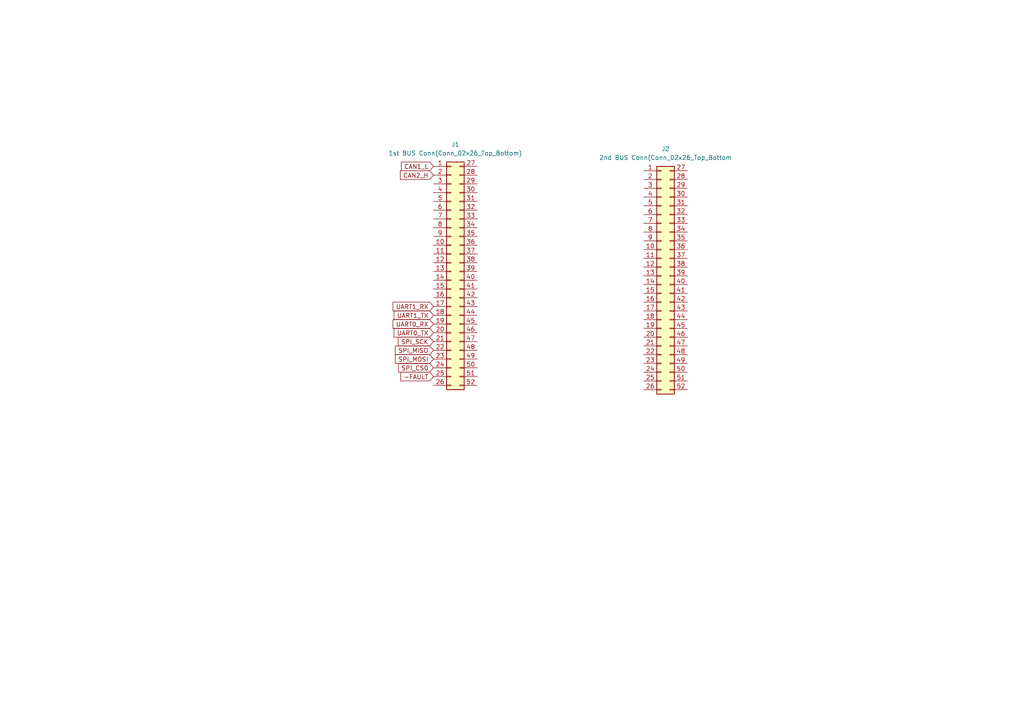
<source format=kicad_sch>
(kicad_sch (version 20250114) (generator "eeschema") (generator_version "9.0")
  (paper "A4")
  (title_block (title "SATURN Boardstack Header") (company "TRANTOR"))
  (lib_symbols
    (symbol "Connector_Generic:Conn_02x26_Top_Bottom" (pin_names (offset 1.016) (hide yes))
      (property "Reference" "J" (at 1.27 33.02 0))
      (property "Value" "Conn_02x26_Top_Bottom" (at 1.27 -35.56 0))
      (symbol "Conn_02x26_Top_Bottom_1_1"
        (rectangle (start -1.27 31.75) (end 3.81 -34.29) (stroke (width 0.254)) (fill (type background)))
        (rectangle (start -1.27 30.607) (end 0 30.353) (stroke (width 0.1524)))
        (rectangle (start -1.27 28.067) (end 0 27.813) (stroke (width 0.1524)))
        (rectangle (start -1.27 25.527) (end 0 25.273) (stroke (width 0.1524)))
        (rectangle (start -1.27 22.987) (end 0 22.733) (stroke (width 0.1524)))
        (rectangle (start -1.27 20.447) (end 0 20.193) (stroke (width 0.1524)))
        (rectangle (start -1.27 17.907) (end 0 17.653) (stroke (width 0.1524)))
        (rectangle (start -1.27 15.367) (end 0 15.113) (stroke (width 0.1524)))
        (rectangle (start -1.27 12.827) (end 0 12.573) (stroke (width 0.1524)))
        (rectangle (start -1.27 10.287) (end 0 10.033) (stroke (width 0.1524)))
        (rectangle (start -1.27 7.747) (end 0 7.493) (stroke (width 0.1524)))
        (rectangle (start -1.27 5.207) (end 0 4.953) (stroke (width 0.1524)))
        (rectangle (start -1.27 2.667) (end 0 2.413) (stroke (width 0.1524)))
        (rectangle (start -1.27 0.127) (end 0 -0.127) (stroke (width 0.1524)))
        (rectangle (start -1.27 -2.413) (end 0 -2.667) (stroke (width 0.1524)))
        (rectangle (start -1.27 -4.953) (end 0 -5.207) (stroke (width 0.1524)))
        (rectangle (start -1.27 -7.493) (end 0 -7.747) (stroke (width 0.1524)))
        (rectangle (start -1.27 -10.033) (end 0 -10.287) (stroke (width 0.1524)))
        (rectangle (start -1.27 -12.573) (end 0 -12.827) (stroke (width 0.1524)))
        (rectangle (start -1.27 -15.113) (end 0 -15.367) (stroke (width 0.1524)))
        (rectangle (start -1.27 -17.653) (end 0 -17.907) (stroke (width 0.1524)))
        (rectangle (start -1.27 -20.193) (end 0 -20.447) (stroke (width 0.1524)))
        (rectangle (start -1.27 -22.733) (end 0 -22.987) (stroke (width 0.1524)))
        (rectangle (start -1.27 -25.273) (end 0 -25.527) (stroke (width 0.1524)))
        (rectangle (start -1.27 -27.813) (end 0 -28.067) (stroke (width 0.1524)))
        (rectangle (start -1.27 -30.353) (end 0 -30.607) (stroke (width 0.1524)))
        (rectangle (start -1.27 -32.893) (end 0 -33.147) (stroke (width 0.1524)))
        (rectangle (start 3.81 30.607) (end 2.54 30.353) (stroke (width 0.1524)))
        (rectangle (start 3.81 28.067) (end 2.54 27.813) (stroke (width 0.1524)))
        (rectangle (start 3.81 25.527) (end 2.54 25.273) (stroke (width 0.1524)))
        (rectangle (start 3.81 22.987) (end 2.54 22.733) (stroke (width 0.1524)))
        (rectangle (start 3.81 20.447) (end 2.54 20.193) (stroke (width 0.1524)))
        (rectangle (start 3.81 17.907) (end 2.54 17.653) (stroke (width 0.1524)))
        (rectangle (start 3.81 15.367) (end 2.54 15.113) (stroke (width 0.1524)))
        (rectangle (start 3.81 12.827) (end 2.54 12.573) (stroke (width 0.1524)))
        (rectangle (start 3.81 10.287) (end 2.54 10.033) (stroke (width 0.1524)))
        (rectangle (start 3.81 7.747) (end 2.54 7.493) (stroke (width 0.1524)))
        (rectangle (start 3.81 5.207) (end 2.54 4.953) (stroke (width 0.1524)))
        (rectangle (start 3.81 2.667) (end 2.54 2.413) (stroke (width 0.1524)))
        (rectangle (start 3.81 0.127) (end 2.54 -0.127) (stroke (width 0.1524)))
        (rectangle (start 3.81 -2.413) (end 2.54 -2.667) (stroke (width 0.1524)))
        (rectangle (start 3.81 -4.953) (end 2.54 -5.207) (stroke (width 0.1524)))
        (rectangle (start 3.81 -7.493) (end 2.54 -7.747) (stroke (width 0.1524)))
        (rectangle (start 3.81 -10.033) (end 2.54 -10.287) (stroke (width 0.1524)))
        (rectangle (start 3.81 -12.573) (end 2.54 -12.827) (stroke (width 0.1524)))
        (rectangle (start 3.81 -15.113) (end 2.54 -15.367) (stroke (width 0.1524)))
        (rectangle (start 3.81 -17.653) (end 2.54 -17.907) (stroke (width 0.1524)))
        (rectangle (start 3.81 -20.193) (end 2.54 -20.447) (stroke (width 0.1524)))
        (rectangle (start 3.81 -22.733) (end 2.54 -22.987) (stroke (width 0.1524)))
        (rectangle (start 3.81 -25.273) (end 2.54 -25.527) (stroke (width 0.1524)))
        (rectangle (start 3.81 -27.813) (end 2.54 -28.067) (stroke (width 0.1524)))
        (rectangle (start 3.81 -30.353) (end 2.54 -30.607) (stroke (width 0.1524)))
        (rectangle (start 3.81 -32.893) (end 2.54 -33.147) (stroke (width 0.1524)))
        (pin passive line (at -5.08 30.48 0) (length 3.81) (name "Pin_1") (number "1"))
        (pin passive line (at -5.08 27.94 0) (length 3.81) (name "Pin_2") (number "2"))
        (pin passive line (at -5.08 25.4 0) (length 3.81) (name "Pin_3") (number "3"))
        (pin passive line (at -5.08 22.86 0) (length 3.81) (name "Pin_4") (number "4"))
        (pin passive line (at -5.08 20.32 0) (length 3.81) (name "Pin_5") (number "5"))
        (pin passive line (at -5.08 17.78 0) (length 3.81) (name "Pin_6") (number "6"))
        (pin passive line (at -5.08 15.24 0) (length 3.81) (name "Pin_7") (number "7"))
        (pin passive line (at -5.08 12.7 0) (length 3.81) (name "Pin_8") (number "8"))
        (pin passive line (at -5.08 10.16 0) (length 3.81) (name "Pin_9") (number "9"))
        (pin passive line (at -5.08 7.62 0) (length 3.81) (name "Pin_10") (number "10"))
        (pin passive line (at -5.08 5.08 0) (length 3.81) (name "Pin_11") (number "11"))
        (pin passive line (at -5.08 2.54 0) (length 3.81) (name "Pin_12") (number "12"))
        (pin passive line (at -5.08 0 0) (length 3.81) (name "Pin_13") (number "13"))
        (pin passive line (at -5.08 -2.54 0) (length 3.81) (name "Pin_14") (number "14"))
        (pin passive line (at -5.08 -5.08 0) (length 3.81) (name "Pin_15") (number "15"))
        (pin passive line (at -5.08 -7.62 0) (length 3.81) (name "Pin_16") (number "16"))
        (pin passive line (at -5.08 -10.16 0) (length 3.81) (name "Pin_17") (number "17"))
        (pin passive line (at -5.08 -12.7 0) (length 3.81) (name "Pin_18") (number "18"))
        (pin passive line (at -5.08 -15.24 0) (length 3.81) (name "Pin_19") (number "19"))
        (pin passive line (at -5.08 -17.78 0) (length 3.81) (name "Pin_20") (number "20"))
        (pin passive line (at -5.08 -20.32 0) (length 3.81) (name "Pin_21") (number "21"))
        (pin passive line (at -5.08 -22.86 0) (length 3.81) (name "Pin_22") (number "22"))
        (pin passive line (at -5.08 -25.4 0) (length 3.81) (name "Pin_23") (number "23"))
        (pin passive line (at -5.08 -27.94 0) (length 3.81) (name "Pin_24") (number "24"))
        (pin passive line (at -5.08 -30.48 0) (length 3.81) (name "Pin_25") (number "25"))
        (pin passive line (at -5.08 -33.02 0) (length 3.81) (name "Pin_26") (number "26"))
        (pin passive line (at 7.62 30.48 180) (length 3.81) (name "Pin_27") (number "27"))
        (pin passive line (at 7.62 27.94 180) (length 3.81) (name "Pin_28") (number "28"))
        (pin passive line (at 7.62 25.4 180) (length 3.81) (name "Pin_29") (number "29"))
        (pin passive line (at 7.62 22.86 180) (length 3.81) (name "Pin_30") (number "30"))
        (pin passive line (at 7.62 20.32 180) (length 3.81) (name "Pin_31") (number "31"))
        (pin passive line (at 7.62 17.78 180) (length 3.81) (name "Pin_32") (number "32"))
        (pin passive line (at 7.62 15.24 180) (length 3.81) (name "Pin_33") (number "33"))
        (pin passive line (at 7.62 12.7 180) (length 3.81) (name "Pin_34") (number "34"))
        (pin passive line (at 7.62 10.16 180) (length 3.81) (name "Pin_35") (number "35"))
        (pin passive line (at 7.62 7.62 180) (length 3.81) (name "Pin_36") (number "36"))
        (pin passive line (at 7.62 5.08 180) (length 3.81) (name "Pin_37") (number "37"))
        (pin passive line (at 7.62 2.54 180) (length 3.81) (name "Pin_38") (number "38"))
        (pin passive line (at 7.62 0 180) (length 3.81) (name "Pin_39") (number "39"))
        (pin passive line (at 7.62 -2.54 180) (length 3.81) (name "Pin_40") (number "40"))
        (pin passive line (at 7.62 -5.08 180) (length 3.81) (name "Pin_41") (number "41"))
        (pin passive line (at 7.62 -7.62 180) (length 3.81) (name "Pin_42") (number "42"))
        (pin passive line (at 7.62 -10.16 180) (length 3.81) (name "Pin_43") (number "43"))
        (pin passive line (at 7.62 -12.7 180) (length 3.81) (name "Pin_44") (number "44"))
        (pin passive line (at 7.62 -15.24 180) (length 3.81) (name "Pin_45") (number "45"))
        (pin passive line (at 7.62 -17.78 180) (length 3.81) (name "Pin_46") (number "46"))
        (pin passive line (at 7.62 -20.32 180) (length 3.81) (name "Pin_47") (number "47"))
        (pin passive line (at 7.62 -22.86 180) (length 3.81) (name "Pin_48") (number "48"))
        (pin passive line (at 7.62 -25.4 180) (length 3.81) (name "Pin_49") (number "49"))
        (pin passive line (at 7.62 -27.94 180) (length 3.81) (name "Pin_50") (number "50"))
        (pin passive line (at 7.62 -30.48 180) (length 3.81) (name "Pin_51") (number "51"))
        (pin passive line (at 7.62 -33.02 180) (length 3.81) (name "Pin_52") (number "52"))
      )
    )
  )
  (global_label "UART1_TX" (shape input) (at 125.73 91.44 180) (property "Intersheetrefs" "${INTERSHEET_REFS}" (effects (hide yes))))
  (global_label "SPI_SCK" (shape input) (at 125.73 99.06 180) (property "Intersheetrefs" "${INTERSHEET_REFS}" (effects (hide yes))))
  (global_label "SPI_CS0" (shape input) (at 125.73 106.68 180) (property "Intersheetrefs" "${INTERSHEET_REFS}" (effects (hide yes))))
  (global_label "CAN2_H" (shape input) (at 125.73 50.8 180) (property "Intersheetrefs" "${INTERSHEET_REFS}" (effects (hide yes))))
  (global_label "UART1_RX" (shape input) (at 125.73 88.9 180) (property "Intersheetrefs" "${INTERSHEET_REFS}" (effects (hide yes))))
  (global_label "UART0_RX" (shape input) (at 125.73 93.98 180) (property "Intersheetrefs" "${INTERSHEET_REFS}" (effects (hide yes))))
  (global_label "-FAULT" (shape input) (at 125.73 109.22 180) (property "Intersheetrefs" "${INTERSHEET_REFS}" (effects (hide yes))))
  (global_label "SPI_MOSI" (shape input) (at 125.73 104.14 180) (property "Intersheetrefs" "${INTERSHEET_REFS}" (effects (hide yes))))
  (global_label "UART0_TX" (shape input) (at 125.73 96.52 180) (property "Intersheetrefs" "${INTERSHEET_REFS}" (effects (hide yes))))
  (global_label "SPI_MISO" (shape input) (at 125.73 101.6 180) (property "Intersheetrefs" "${INTERSHEET_REFS}" (effects (hide yes))))
  (global_label "CAN1_L" (shape input) (at 125.73 48.26 180) (property "Intersheetrefs" "${INTERSHEET_REFS}" (effects (hide yes))))
  (symbol (lib_id "Connector_Generic:Conn_02x26_Top_Bottom") (at 130.81 78.74 0) (unit 1)
    (property "Reference" "J1" (at 132.08 41.91 0))
    (property "Value" "1st BUS Conn(Conn_02x26_Top_Bottom)" (at 132.08 44.45 0))
    (property "Footprint" "Connector_PinHeader_2.54mm:PinHeader_2x26_P2.54mm_Vertical" (effects (hide yes)))
    (property "Description" "Generic connector, double row, 02x26, top/bottom pin numbering scheme (row 1: 1...pins_per_row, row2: pins_per_row+1 ... num_pins), script generated (kicad-library-utils/schlib/autogen/connector/)" (effects (hide yes)))
  )
  (symbol (lib_id "Connector_Generic:Conn_02x26_Top_Bottom") (at 191.77 80.01 0) (unit 1)
    (property "Reference" "J2" (at 193.04 43.18 0))
    (property "Value" "2nd BUS Conn(Conn_02x26_Top_Bottom" (at 193.04 45.72 0))
    (property "Footprint" "Connector_PinHeader_2.54mm:PinHeader_2x26_P2.54mm_Vertical" (effects (hide yes)))
    (property "Description" "Generic connector, double row, 02x26, top/bottom pin numbering scheme (row 1: 1...pins_per_row, row2: pins_per_row+1 ... num_pins), script generated (kicad-library-utils/schlib/autogen/connector/)" (effects (hide yes)))
  )
)
</source>
